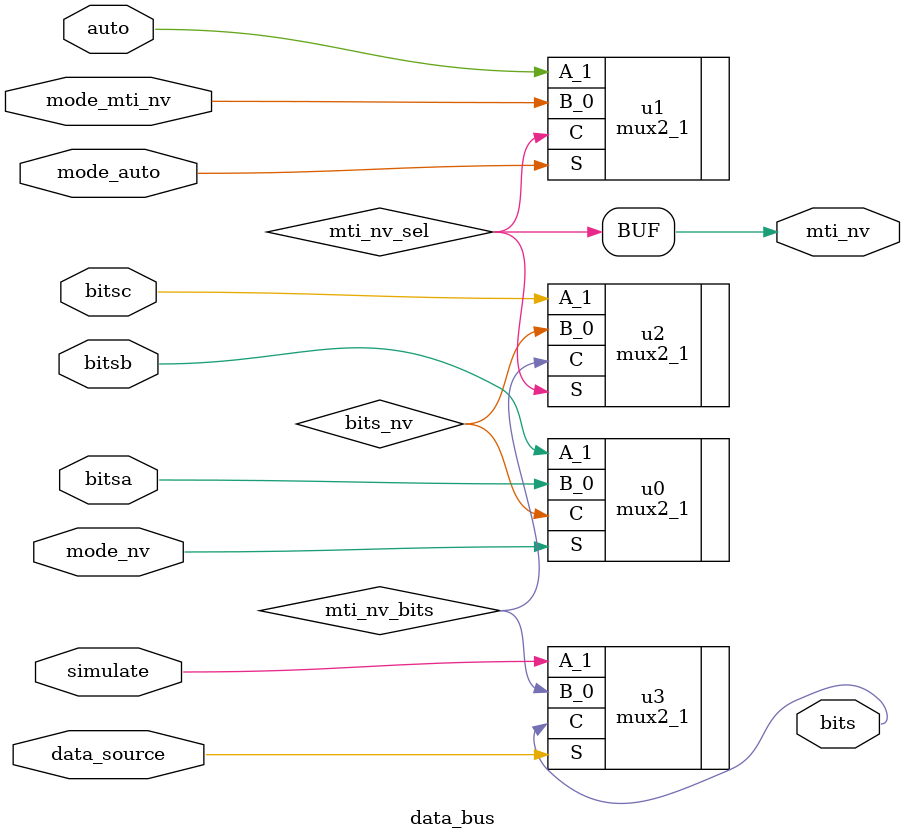
<source format=v>


module data_bus(
	input mode_nv, mode_mti_nv, mode_auto, data_source, auto,
	input bitsa, bitsb, bitsc, simulate, 
	output bits, mti_nv
);
	wire bits_nv;
	mux2_1 u0(
		.A_1(bitsb), .B_0(bitsa),
		.S(mode_nv),
		.C(bits_nv)
	);
	
	wire mti_nv_sel;
	mux2_1 u1(
		.A_1(auto), .B_0(mode_mti_nv),
		.S(mode_auto),
		.C(mti_nv_sel)
	);
	assign mti_nv = mti_nv_sel;
	
	wire mti_nv_bits;
	mux2_1 u2(
		.A_1(bitsc), .B_0(bits_nv),
		.S(mti_nv_sel),
		.C(mti_nv_bits)
	);
	
	mux2_1 u3(
		.A_1(simulate), .B_0(mti_nv_bits),
		.S(data_source),
		.C(bits)
	);

endmodule

</source>
